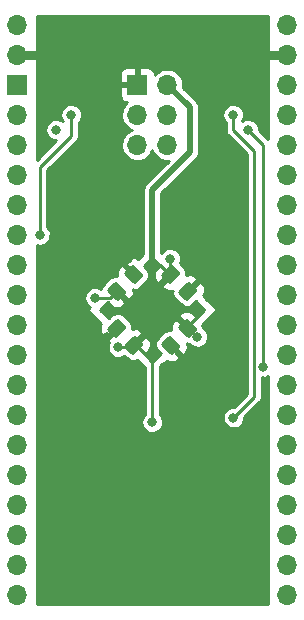
<source format=gbr>
G04 #@! TF.GenerationSoftware,KiCad,Pcbnew,5.99.0-unknown-8bd2765~86~ubuntu18.04.1*
G04 #@! TF.CreationDate,2019-12-15T18:04:05+00:00*
G04 #@! TF.ProjectId,ATF1502AS-EVB,41544631-3530-4324-9153-2d4556422e6b,rev?*
G04 #@! TF.SameCoordinates,Original*
G04 #@! TF.FileFunction,Copper,L2,Bot*
G04 #@! TF.FilePolarity,Positive*
%FSLAX46Y46*%
G04 Gerber Fmt 4.6, Leading zero omitted, Abs format (unit mm)*
G04 Created by KiCad (PCBNEW 5.99.0-unknown-8bd2765~86~ubuntu18.04.1) date 2019-12-15 18:04:05*
%MOMM*%
%LPD*%
G04 APERTURE LIST*
%ADD10O,1.700000X1.700000*%
%ADD11R,1.700000X1.700000*%
%ADD12C,0.800000*%
%ADD13C,0.500000*%
%ADD14C,0.250000*%
%ADD15C,0.750000*%
%ADD16C,0.254000*%
G04 APERTURE END LIST*
D10*
X73660000Y-99060000D03*
X73660000Y-96520000D03*
X73660000Y-93980000D03*
X73660000Y-91440000D03*
X73660000Y-88900000D03*
X73660000Y-86360000D03*
X73660000Y-83820000D03*
X73660000Y-81280000D03*
X73660000Y-78740000D03*
X73660000Y-76200000D03*
X73660000Y-73660000D03*
X73660000Y-71120000D03*
X73660000Y-68580000D03*
X73660000Y-66040000D03*
X73660000Y-63500000D03*
X73660000Y-60960000D03*
X73660000Y-58420000D03*
X73660000Y-55880000D03*
X73660000Y-53340000D03*
X73660000Y-50800000D03*
X50800000Y-50800000D03*
X50800000Y-53340000D03*
D11*
X50800000Y-55880000D03*
D10*
X50800000Y-58420000D03*
X50800000Y-60960000D03*
X50800000Y-63500000D03*
X50800000Y-66040000D03*
X50800000Y-68580000D03*
X50800000Y-71120000D03*
X50800000Y-73660000D03*
X50800000Y-76200000D03*
X50800000Y-78740000D03*
X50800000Y-81280000D03*
X50800000Y-83820000D03*
X50800000Y-86360000D03*
X50800000Y-88900000D03*
X50800000Y-91440000D03*
X50800000Y-93980000D03*
X50800000Y-96520000D03*
X50800000Y-99060000D03*
X63500000Y-60960000D03*
X60960000Y-60960000D03*
X63500000Y-58420000D03*
X60960000Y-58420000D03*
X63500000Y-55880000D03*
D11*
X60960000Y-55880000D03*
G04 #@! TA.AperFunction,SMDPad,CuDef*
G36*
X65424842Y-72589806D02*
G01*
X65505948Y-72643999D01*
X65965569Y-73103620D01*
X66019762Y-73184726D01*
X66038792Y-73280396D01*
X66019762Y-73376066D01*
X65965569Y-73457172D01*
X65329172Y-74093569D01*
X65248066Y-74147762D01*
X65152396Y-74166792D01*
X65056726Y-74147762D01*
X64975620Y-74093569D01*
X64515999Y-73633948D01*
X64461806Y-73552842D01*
X64442776Y-73457172D01*
X64461806Y-73361502D01*
X64515999Y-73280396D01*
X65152396Y-72643999D01*
X65233502Y-72589806D01*
X65329172Y-72570776D01*
X65424842Y-72589806D01*
G37*
G04 #@! TD.AperFunction*
G04 #@! TA.AperFunction,SMDPad,CuDef*
G36*
X63975274Y-71140238D02*
G01*
X64056380Y-71194431D01*
X64516001Y-71654052D01*
X64570194Y-71735158D01*
X64589224Y-71830828D01*
X64570194Y-71926498D01*
X64516001Y-72007604D01*
X63879604Y-72644001D01*
X63798498Y-72698194D01*
X63702828Y-72717224D01*
X63607158Y-72698194D01*
X63526052Y-72644001D01*
X63066431Y-72184380D01*
X63012238Y-72103274D01*
X62993208Y-72007604D01*
X63012238Y-71911934D01*
X63066431Y-71830828D01*
X63702828Y-71194431D01*
X63783934Y-71140238D01*
X63879604Y-71121208D01*
X63975274Y-71140238D01*
G37*
G04 #@! TD.AperFunction*
G04 #@! TA.AperFunction,SMDPad,CuDef*
G36*
X59403274Y-75712238D02*
G01*
X59484380Y-75766431D01*
X59944001Y-76226052D01*
X59998194Y-76307158D01*
X60017224Y-76402828D01*
X59998194Y-76498498D01*
X59944001Y-76579604D01*
X59307604Y-77216001D01*
X59226498Y-77270194D01*
X59130828Y-77289224D01*
X59035158Y-77270194D01*
X58954052Y-77216001D01*
X58494431Y-76756380D01*
X58440238Y-76675274D01*
X58421208Y-76579604D01*
X58440238Y-76483934D01*
X58494431Y-76402828D01*
X59130828Y-75766431D01*
X59211934Y-75712238D01*
X59307604Y-75693208D01*
X59403274Y-75712238D01*
G37*
G04 #@! TD.AperFunction*
G04 #@! TA.AperFunction,SMDPad,CuDef*
G36*
X60852842Y-77161806D02*
G01*
X60933948Y-77215999D01*
X61393569Y-77675620D01*
X61447762Y-77756726D01*
X61466792Y-77852396D01*
X61447762Y-77948066D01*
X61393569Y-78029172D01*
X60757172Y-78665569D01*
X60676066Y-78719762D01*
X60580396Y-78738792D01*
X60484726Y-78719762D01*
X60403620Y-78665569D01*
X59943999Y-78205948D01*
X59889806Y-78124842D01*
X59870776Y-78029172D01*
X59889806Y-77933502D01*
X59943999Y-77852396D01*
X60580396Y-77215999D01*
X60661502Y-77161806D01*
X60757172Y-77142776D01*
X60852842Y-77161806D01*
G37*
G04 #@! TD.AperFunction*
G04 #@! TA.AperFunction,SMDPad,CuDef*
G36*
X63798498Y-77161806D02*
G01*
X63879604Y-77215999D01*
X64516001Y-77852396D01*
X64570194Y-77933502D01*
X64589224Y-78029172D01*
X64570194Y-78124842D01*
X64516001Y-78205948D01*
X64056380Y-78665569D01*
X63975274Y-78719762D01*
X63879604Y-78738792D01*
X63783934Y-78719762D01*
X63702828Y-78665569D01*
X63066431Y-78029172D01*
X63012238Y-77948066D01*
X62993208Y-77852396D01*
X63012238Y-77756726D01*
X63066431Y-77675620D01*
X63526052Y-77215999D01*
X63607158Y-77161806D01*
X63702828Y-77142776D01*
X63798498Y-77161806D01*
G37*
G04 #@! TD.AperFunction*
G04 #@! TA.AperFunction,SMDPad,CuDef*
G36*
X65248066Y-75712238D02*
G01*
X65329172Y-75766431D01*
X65965569Y-76402828D01*
X66019762Y-76483934D01*
X66038792Y-76579604D01*
X66019762Y-76675274D01*
X65965569Y-76756380D01*
X65505948Y-77216001D01*
X65424842Y-77270194D01*
X65329172Y-77289224D01*
X65233502Y-77270194D01*
X65152396Y-77216001D01*
X64515999Y-76579604D01*
X64461806Y-76498498D01*
X64442776Y-76402828D01*
X64461806Y-76307158D01*
X64515999Y-76226052D01*
X64975620Y-75766431D01*
X65056726Y-75712238D01*
X65152396Y-75693208D01*
X65248066Y-75712238D01*
G37*
G04 #@! TD.AperFunction*
G04 #@! TA.AperFunction,SMDPad,CuDef*
G36*
X60676066Y-71140238D02*
G01*
X60757172Y-71194431D01*
X61393569Y-71830828D01*
X61447762Y-71911934D01*
X61466792Y-72007604D01*
X61447762Y-72103274D01*
X61393569Y-72184380D01*
X60933948Y-72644001D01*
X60852842Y-72698194D01*
X60757172Y-72717224D01*
X60661502Y-72698194D01*
X60580396Y-72644001D01*
X59943999Y-72007604D01*
X59889806Y-71926498D01*
X59870776Y-71830828D01*
X59889806Y-71735158D01*
X59943999Y-71654052D01*
X60403620Y-71194431D01*
X60484726Y-71140238D01*
X60580396Y-71121208D01*
X60676066Y-71140238D01*
G37*
G04 #@! TD.AperFunction*
G04 #@! TA.AperFunction,SMDPad,CuDef*
G36*
X59226498Y-72589806D02*
G01*
X59307604Y-72643999D01*
X59944001Y-73280396D01*
X59998194Y-73361502D01*
X60017224Y-73457172D01*
X59998194Y-73552842D01*
X59944001Y-73633948D01*
X59484380Y-74093569D01*
X59403274Y-74147762D01*
X59307604Y-74166792D01*
X59211934Y-74147762D01*
X59130828Y-74093569D01*
X58494431Y-73457172D01*
X58440238Y-73376066D01*
X58421208Y-73280396D01*
X58440238Y-73184726D01*
X58494431Y-73103620D01*
X58954052Y-72643999D01*
X59035158Y-72589806D01*
X59130828Y-72570776D01*
X59226498Y-72589806D01*
G37*
G04 #@! TD.AperFunction*
D12*
X69088000Y-58420000D03*
X62230000Y-96765000D03*
X62230000Y-84455000D03*
X52705000Y-68580000D03*
X71628000Y-79756000D03*
X70358000Y-59690000D03*
X69099629Y-84062371D03*
X57404000Y-73914000D03*
X60198000Y-70612000D03*
X63754000Y-70612000D03*
X67056000Y-73914000D03*
X63246000Y-79756000D03*
X66040000Y-77216000D03*
X59365793Y-78097268D03*
X58420000Y-77216000D03*
X54102000Y-59690000D03*
X55372000Y-58420000D03*
D13*
X65405000Y-57785000D02*
X65405000Y-61595000D01*
X62230000Y-64770000D02*
X62230000Y-70358000D01*
X62230000Y-70358000D02*
X62230000Y-72390000D01*
X63500000Y-55880000D02*
X65405000Y-57785000D01*
X65405000Y-61595000D02*
X62230000Y-64770000D01*
D14*
X69088000Y-59690000D02*
X70866000Y-61468000D01*
X70866000Y-61468000D02*
X70866000Y-82296000D01*
X69088000Y-58420000D02*
X69088000Y-59690000D01*
X70866000Y-82296000D02*
X69099629Y-84062371D01*
X52705000Y-62865000D02*
X52705000Y-68580000D01*
X62230000Y-84455000D02*
X62230000Y-77470000D01*
X51435000Y-58420000D02*
X50800000Y-58420000D01*
X71628000Y-60960000D02*
X71628000Y-79190315D01*
X70358000Y-59690000D02*
X71628000Y-60960000D01*
X71628000Y-79190315D02*
X71628000Y-79756000D01*
D13*
X59690000Y-74930000D02*
X61468000Y-76708000D01*
X60198000Y-74422000D02*
X59690000Y-74930000D01*
X61468000Y-76708000D02*
X61722000Y-76962000D01*
X60198000Y-74422000D02*
X60198000Y-74347568D01*
X62230000Y-72390000D02*
X60198000Y-74422000D01*
X62230000Y-77470000D02*
X64008000Y-75692000D01*
X61722000Y-76962000D02*
X62230000Y-77470000D01*
X64008000Y-75692000D02*
X64262000Y-75438000D01*
X64262000Y-75438000D02*
X64770000Y-74930000D01*
X64770000Y-74930000D02*
X62738000Y-72898000D01*
X62812432Y-72898000D02*
X62738000Y-72898000D01*
X62738000Y-72898000D02*
X62230000Y-72390000D01*
X62812432Y-72898000D02*
X63791216Y-71919216D01*
X64262000Y-75438000D02*
X64262000Y-75512432D01*
X64262000Y-75512432D02*
X65240784Y-76491216D01*
X61722000Y-76962000D02*
X61647568Y-76962000D01*
X61647568Y-76962000D02*
X60668784Y-77940784D01*
X60198000Y-74347568D02*
X59219216Y-73368784D01*
D14*
X57404000Y-73914000D02*
X58674000Y-73914000D01*
X58674000Y-73914000D02*
X59219216Y-73368784D01*
X63754000Y-70612000D02*
X63754000Y-71882000D01*
X63754000Y-71882000D02*
X63791216Y-71919216D01*
X63791216Y-77940784D02*
X63537216Y-77940784D01*
X66040000Y-77216000D02*
X65965568Y-77216000D01*
X65965568Y-77216000D02*
X65240784Y-76491216D01*
X59365793Y-78097268D02*
X60512300Y-78097268D01*
X60512300Y-78097268D02*
X60668784Y-77940784D01*
X58420000Y-77216000D02*
X58494432Y-77216000D01*
D15*
X50800000Y-53340000D02*
X52832000Y-53340000D01*
X73660000Y-53340000D02*
X72457919Y-53340000D01*
X72457919Y-53340000D02*
X71628000Y-53340000D01*
D14*
X55118000Y-60452000D02*
X55372000Y-60198000D01*
X55372000Y-60198000D02*
X55372000Y-58420000D01*
X55245000Y-60325000D02*
X55118000Y-60452000D01*
X55118000Y-60452000D02*
X52705000Y-62865000D01*
G36*
X63792631Y-72098821D02*
G01*
X62934752Y-72956700D01*
X63081813Y-73103761D01*
X63386213Y-73299387D01*
X63639116Y-73354403D01*
X63892668Y-73336269D01*
X63947107Y-73315964D01*
X63940183Y-73337275D01*
X63940183Y-73577069D01*
X64014284Y-73805126D01*
X64149330Y-73991000D01*
X64618568Y-74460238D01*
X64804442Y-74595284D01*
X65032499Y-74669385D01*
X65272293Y-74669385D01*
X65500350Y-74595284D01*
X65686224Y-74460238D01*
X65920136Y-74226326D01*
X66623810Y-74930000D01*
X65061179Y-76492631D01*
X64203302Y-75634753D01*
X64056239Y-75781813D01*
X63860613Y-76086213D01*
X63805597Y-76339116D01*
X63823731Y-76592668D01*
X63844036Y-76647107D01*
X63822725Y-76640183D01*
X63582931Y-76640183D01*
X63354874Y-76714284D01*
X63169000Y-76849330D01*
X62699762Y-77318568D01*
X62564716Y-77504442D01*
X62490615Y-77732499D01*
X62490615Y-77972293D01*
X62564716Y-78200350D01*
X62699762Y-78386224D01*
X62933674Y-78620136D01*
X62230000Y-79323810D01*
X60846974Y-77940784D01*
X60849803Y-77940784D01*
X61617880Y-78708861D01*
X61853329Y-78473411D01*
X62048955Y-78169011D01*
X62103971Y-77916108D01*
X62085837Y-77662556D01*
X61997003Y-77424384D01*
X61850123Y-77228175D01*
X61706268Y-77084320D01*
X60849803Y-77940784D01*
X60846974Y-77940784D01*
X60667369Y-77761179D01*
X60757879Y-77670669D01*
X61525249Y-76903301D01*
X61378187Y-76756239D01*
X61073787Y-76560613D01*
X60820884Y-76505597D01*
X60567332Y-76523731D01*
X60512893Y-76544036D01*
X60519817Y-76522725D01*
X60519817Y-76282931D01*
X60445716Y-76054874D01*
X60310670Y-75869000D01*
X59895404Y-75453734D01*
X64384321Y-75453734D01*
X65240784Y-76310197D01*
X66008861Y-75542121D01*
X65773411Y-75306671D01*
X65469011Y-75111045D01*
X65216108Y-75056029D01*
X64962556Y-75074163D01*
X64724384Y-75162997D01*
X64528174Y-75309878D01*
X64384321Y-75453734D01*
X59895404Y-75453734D01*
X59841432Y-75399762D01*
X59655558Y-75264716D01*
X59427501Y-75190615D01*
X59187707Y-75190615D01*
X58959650Y-75264716D01*
X58773776Y-75399762D01*
X58539864Y-75633674D01*
X57836191Y-74930001D01*
X58449726Y-74316466D01*
X58686589Y-74553329D01*
X58990989Y-74748955D01*
X59243892Y-74803971D01*
X59497444Y-74785837D01*
X59735616Y-74697003D01*
X59931825Y-74550123D01*
X60075682Y-74406269D01*
X59217801Y-73548389D01*
X59398821Y-73367369D01*
X60256701Y-74225250D01*
X60403762Y-74078186D01*
X60599387Y-73773787D01*
X60654403Y-73520884D01*
X60636269Y-73267332D01*
X60615964Y-73212893D01*
X60637275Y-73219817D01*
X60877069Y-73219817D01*
X61105126Y-73145716D01*
X61291000Y-73010670D01*
X61760238Y-72541432D01*
X61895284Y-72355558D01*
X61969385Y-72127501D01*
X61969385Y-71943892D01*
X62356029Y-71943892D01*
X62374163Y-72197444D01*
X62462997Y-72435616D01*
X62609877Y-72631825D01*
X62753733Y-72775681D01*
X63610197Y-71919216D01*
X62842121Y-71151140D01*
X62606671Y-71386589D01*
X62411045Y-71690989D01*
X62356029Y-71943892D01*
X61969385Y-71943892D01*
X61969385Y-71887707D01*
X61895284Y-71659650D01*
X61760238Y-71473776D01*
X61526326Y-71239864D01*
X62230000Y-70536190D01*
X63792631Y-72098821D01*
G37*
D16*
X63792631Y-72098821D02*
X62934752Y-72956700D01*
X63081813Y-73103761D01*
X63386213Y-73299387D01*
X63639116Y-73354403D01*
X63892668Y-73336269D01*
X63947107Y-73315964D01*
X63940183Y-73337275D01*
X63940183Y-73577069D01*
X64014284Y-73805126D01*
X64149330Y-73991000D01*
X64618568Y-74460238D01*
X64804442Y-74595284D01*
X65032499Y-74669385D01*
X65272293Y-74669385D01*
X65500350Y-74595284D01*
X65686224Y-74460238D01*
X65920136Y-74226326D01*
X66623810Y-74930000D01*
X65061179Y-76492631D01*
X64203302Y-75634753D01*
X64056239Y-75781813D01*
X63860613Y-76086213D01*
X63805597Y-76339116D01*
X63823731Y-76592668D01*
X63844036Y-76647107D01*
X63822725Y-76640183D01*
X63582931Y-76640183D01*
X63354874Y-76714284D01*
X63169000Y-76849330D01*
X62699762Y-77318568D01*
X62564716Y-77504442D01*
X62490615Y-77732499D01*
X62490615Y-77972293D01*
X62564716Y-78200350D01*
X62699762Y-78386224D01*
X62933674Y-78620136D01*
X62230000Y-79323810D01*
X60846974Y-77940784D01*
X60849803Y-77940784D01*
X61617880Y-78708861D01*
X61853329Y-78473411D01*
X62048955Y-78169011D01*
X62103971Y-77916108D01*
X62085837Y-77662556D01*
X61997003Y-77424384D01*
X61850123Y-77228175D01*
X61706268Y-77084320D01*
X60849803Y-77940784D01*
X60846974Y-77940784D01*
X60667369Y-77761179D01*
X60757879Y-77670669D01*
X61525249Y-76903301D01*
X61378187Y-76756239D01*
X61073787Y-76560613D01*
X60820884Y-76505597D01*
X60567332Y-76523731D01*
X60512893Y-76544036D01*
X60519817Y-76522725D01*
X60519817Y-76282931D01*
X60445716Y-76054874D01*
X60310670Y-75869000D01*
X59895404Y-75453734D01*
X64384321Y-75453734D01*
X65240784Y-76310197D01*
X66008861Y-75542121D01*
X65773411Y-75306671D01*
X65469011Y-75111045D01*
X65216108Y-75056029D01*
X64962556Y-75074163D01*
X64724384Y-75162997D01*
X64528174Y-75309878D01*
X64384321Y-75453734D01*
X59895404Y-75453734D01*
X59841432Y-75399762D01*
X59655558Y-75264716D01*
X59427501Y-75190615D01*
X59187707Y-75190615D01*
X58959650Y-75264716D01*
X58773776Y-75399762D01*
X58539864Y-75633674D01*
X57836191Y-74930001D01*
X58449726Y-74316466D01*
X58686589Y-74553329D01*
X58990989Y-74748955D01*
X59243892Y-74803971D01*
X59497444Y-74785837D01*
X59735616Y-74697003D01*
X59931825Y-74550123D01*
X60075682Y-74406269D01*
X59217801Y-73548389D01*
X59398821Y-73367369D01*
X60256701Y-74225250D01*
X60403762Y-74078186D01*
X60599387Y-73773787D01*
X60654403Y-73520884D01*
X60636269Y-73267332D01*
X60615964Y-73212893D01*
X60637275Y-73219817D01*
X60877069Y-73219817D01*
X61105126Y-73145716D01*
X61291000Y-73010670D01*
X61760238Y-72541432D01*
X61895284Y-72355558D01*
X61969385Y-72127501D01*
X61969385Y-71943892D01*
X62356029Y-71943892D01*
X62374163Y-72197444D01*
X62462997Y-72435616D01*
X62609877Y-72631825D01*
X62753733Y-72775681D01*
X63610197Y-71919216D01*
X62842121Y-71151140D01*
X62606671Y-71386589D01*
X62411045Y-71690989D01*
X62356029Y-71943892D01*
X61969385Y-71943892D01*
X61969385Y-71887707D01*
X61895284Y-71659650D01*
X61760238Y-71473776D01*
X61526326Y-71239864D01*
X62230000Y-70536190D01*
X63792631Y-72098821D01*
G36*
X72010000Y-60448218D02*
G01*
X71263809Y-59702027D01*
X71265229Y-59566398D01*
X71198222Y-59326404D01*
X71069492Y-59113845D01*
X70888343Y-58943736D01*
X70668121Y-58828606D01*
X70425051Y-58776940D01*
X70177041Y-58792543D01*
X69942363Y-58874267D01*
X69820047Y-58959279D01*
X69920423Y-58801113D01*
X69992441Y-58562575D01*
X69995229Y-58296398D01*
X69928222Y-58056404D01*
X69799492Y-57843845D01*
X69618343Y-57673736D01*
X69398121Y-57558606D01*
X69155051Y-57506940D01*
X68907041Y-57522543D01*
X68672363Y-57604267D01*
X68468307Y-57746090D01*
X68309907Y-57937563D01*
X68208833Y-58164579D01*
X68172531Y-58410413D01*
X68203677Y-58656954D01*
X68299975Y-58886037D01*
X68454329Y-59080785D01*
X68456000Y-59081999D01*
X68456001Y-59662408D01*
X68448694Y-59745932D01*
X68470394Y-59826920D01*
X68484954Y-59909491D01*
X68499071Y-59933943D01*
X68506379Y-59961215D01*
X68554469Y-60029894D01*
X68596394Y-60102508D01*
X68660617Y-60156398D01*
X70234000Y-61729782D01*
X70234001Y-82034217D01*
X69115701Y-83152518D01*
X68918670Y-83164914D01*
X68683992Y-83246638D01*
X68479936Y-83388461D01*
X68321536Y-83579934D01*
X68220462Y-83806950D01*
X68184160Y-84052784D01*
X68215306Y-84299325D01*
X68311604Y-84528408D01*
X68465958Y-84723156D01*
X68667000Y-84869221D01*
X68899915Y-84955841D01*
X69147544Y-84976635D01*
X69391642Y-84930071D01*
X69614227Y-84819578D01*
X69798898Y-84653299D01*
X69932052Y-84443484D01*
X70004070Y-84204946D01*
X70005692Y-84050089D01*
X71293388Y-82762393D01*
X71357607Y-82708509D01*
X71399528Y-82635902D01*
X71447622Y-82567216D01*
X71454931Y-82539942D01*
X71469047Y-82515491D01*
X71483609Y-82432909D01*
X71505306Y-82351931D01*
X71498000Y-82268419D01*
X71498000Y-80655324D01*
X71675915Y-80670264D01*
X71920013Y-80623700D01*
X72010000Y-80579030D01*
X72010000Y-99823000D01*
X52450000Y-99823000D01*
X52450000Y-73904413D01*
X56488531Y-73904413D01*
X56519677Y-74150954D01*
X56615975Y-74380037D01*
X56770329Y-74574785D01*
X56945648Y-74702161D01*
X56717809Y-74930000D01*
X57921890Y-76134080D01*
X57839045Y-76262989D01*
X57784029Y-76515892D01*
X57802163Y-76769444D01*
X57890997Y-77007616D01*
X58037877Y-77203825D01*
X58181733Y-77347681D01*
X58658612Y-76870802D01*
X58839631Y-77051821D01*
X58362752Y-77528700D01*
X58509813Y-77675761D01*
X58549280Y-77701125D01*
X58486626Y-77841847D01*
X58450324Y-78087681D01*
X58481470Y-78334222D01*
X58577768Y-78563305D01*
X58732122Y-78758053D01*
X58933164Y-78904118D01*
X59166079Y-78990738D01*
X59413708Y-79011532D01*
X59657806Y-78964968D01*
X59872648Y-78858318D01*
X60046568Y-79032238D01*
X60232442Y-79167284D01*
X60460499Y-79241385D01*
X60700293Y-79241385D01*
X60928350Y-79167284D01*
X60943840Y-79156030D01*
X61598001Y-79810191D01*
X61598000Y-83795967D01*
X61451907Y-83972563D01*
X61350833Y-84199579D01*
X61314531Y-84445413D01*
X61345677Y-84691954D01*
X61441975Y-84921037D01*
X61596329Y-85115785D01*
X61797371Y-85261850D01*
X62030286Y-85348470D01*
X62277915Y-85369264D01*
X62522013Y-85322700D01*
X62744598Y-85212207D01*
X62929269Y-85045928D01*
X63062423Y-84836113D01*
X63134441Y-84597575D01*
X63137229Y-84331398D01*
X63070222Y-84091404D01*
X62941492Y-83878845D01*
X62862000Y-83804198D01*
X62862000Y-79810190D01*
X63434080Y-79238110D01*
X63562989Y-79320955D01*
X63815892Y-79375971D01*
X64069444Y-79357837D01*
X64307616Y-79269003D01*
X64503825Y-79122123D01*
X64647682Y-78978269D01*
X64170801Y-78501389D01*
X64351821Y-78320369D01*
X64828701Y-78797250D01*
X64975762Y-78650186D01*
X65171387Y-78345787D01*
X65226403Y-78092884D01*
X65208269Y-77839332D01*
X65187964Y-77784893D01*
X65209275Y-77791817D01*
X65338985Y-77791817D01*
X65406329Y-77876785D01*
X65607371Y-78022850D01*
X65840286Y-78109470D01*
X66087915Y-78130264D01*
X66332013Y-78083700D01*
X66554598Y-77973207D01*
X66739269Y-77806928D01*
X66872423Y-77597113D01*
X66944441Y-77358575D01*
X66947229Y-77092398D01*
X66880222Y-76852404D01*
X66751492Y-76639845D01*
X66570343Y-76469736D01*
X66539385Y-76453551D01*
X66467284Y-76231650D01*
X66456030Y-76216160D01*
X67742191Y-74930000D01*
X66538110Y-73725920D01*
X66620955Y-73597011D01*
X66675971Y-73344108D01*
X66657837Y-73090556D01*
X66569003Y-72852384D01*
X66422123Y-72656175D01*
X66278268Y-72512320D01*
X65801389Y-72989199D01*
X65620370Y-72808180D01*
X66097249Y-72331301D01*
X65950187Y-72184239D01*
X65645787Y-71988613D01*
X65392884Y-71933597D01*
X65139332Y-71951731D01*
X65084893Y-71972036D01*
X65091817Y-71950725D01*
X65091817Y-71710931D01*
X65017716Y-71482874D01*
X64882670Y-71297000D01*
X64583457Y-70997787D01*
X64586422Y-70993114D01*
X64658441Y-70754575D01*
X64661229Y-70488398D01*
X64594222Y-70248404D01*
X64465492Y-70035845D01*
X64284343Y-69865736D01*
X64064121Y-69750606D01*
X63821051Y-69698940D01*
X63573041Y-69714543D01*
X63338363Y-69796267D01*
X63134307Y-69938090D01*
X62987000Y-70116154D01*
X62987000Y-65083557D01*
X65975392Y-62095166D01*
X66025060Y-62045499D01*
X66052446Y-61991751D01*
X66087898Y-61942955D01*
X66106536Y-61885594D01*
X66133924Y-61831842D01*
X66143361Y-61772259D01*
X66161999Y-61714898D01*
X66161999Y-61655092D01*
X66162000Y-61655086D01*
X66162000Y-57724914D01*
X66161999Y-57724908D01*
X66161999Y-57665103D01*
X66143361Y-57607743D01*
X66133924Y-57548158D01*
X66106537Y-57494409D01*
X66087900Y-57437046D01*
X66052446Y-57388249D01*
X66025059Y-57334500D01*
X65986365Y-57295806D01*
X65986362Y-57295802D01*
X64832477Y-56141919D01*
X64849263Y-56070354D01*
X64857377Y-55760522D01*
X64814186Y-55520480D01*
X64729751Y-55293439D01*
X64606444Y-55084940D01*
X64448165Y-54901570D01*
X64259914Y-54749129D01*
X64047644Y-54632432D01*
X63818064Y-54555169D01*
X63578430Y-54519783D01*
X63336316Y-54527392D01*
X63099378Y-54577755D01*
X62875102Y-54669280D01*
X62670577Y-54799075D01*
X62492270Y-54963036D01*
X62451837Y-55016305D01*
X62451837Y-55013412D01*
X62371205Y-54712489D01*
X62223815Y-54536835D01*
X62030186Y-54425044D01*
X61821024Y-54388163D01*
X61088000Y-54388163D01*
X61088000Y-56008000D01*
X59468163Y-56008000D01*
X59468163Y-56746588D01*
X59548795Y-57047512D01*
X59696185Y-57223165D01*
X59889814Y-57334956D01*
X60095596Y-57371241D01*
X59952270Y-57503036D01*
X59805816Y-57695983D01*
X59695846Y-57911813D01*
X59625832Y-58143707D01*
X59597992Y-58384335D01*
X59613201Y-58626089D01*
X59670981Y-58861330D01*
X59769506Y-59082620D01*
X59905662Y-59282966D01*
X60075142Y-59456035D01*
X60272593Y-59596355D01*
X60475669Y-59691916D01*
X60335102Y-59749280D01*
X60130577Y-59879075D01*
X59952270Y-60043036D01*
X59805816Y-60235983D01*
X59695846Y-60451813D01*
X59625832Y-60683707D01*
X59597992Y-60924335D01*
X59613201Y-61166089D01*
X59670981Y-61401330D01*
X59769506Y-61622620D01*
X59905662Y-61822966D01*
X60075142Y-61996035D01*
X60272593Y-62136355D01*
X60491772Y-62239493D01*
X60725751Y-62302187D01*
X60967134Y-62322457D01*
X61208292Y-62299661D01*
X61441601Y-62234519D01*
X61659687Y-62129093D01*
X61855658Y-61986712D01*
X62023317Y-61811878D01*
X62157367Y-61610117D01*
X62229610Y-61443172D01*
X62309506Y-61622620D01*
X62445662Y-61822966D01*
X62615142Y-61996035D01*
X62812593Y-62136355D01*
X63031772Y-62239493D01*
X63265751Y-62302187D01*
X63507134Y-62322457D01*
X63617409Y-62312033D01*
X61779852Y-64149591D01*
X61779848Y-64149593D01*
X61609940Y-64319502D01*
X61582554Y-64373250D01*
X61547102Y-64422046D01*
X61528464Y-64479407D01*
X61501076Y-64533159D01*
X61491639Y-64592742D01*
X61473001Y-64650103D01*
X61473001Y-64709909D01*
X61473000Y-64709915D01*
X61473001Y-70174809D01*
X61025920Y-70621890D01*
X60897011Y-70539045D01*
X60644108Y-70484029D01*
X60390556Y-70502163D01*
X60152384Y-70590997D01*
X59956174Y-70737878D01*
X59812321Y-70881734D01*
X60289199Y-71358611D01*
X60108179Y-71539631D01*
X59631302Y-71062753D01*
X59484239Y-71209813D01*
X59288613Y-71514213D01*
X59233597Y-71767116D01*
X59251731Y-72020668D01*
X59272036Y-72075107D01*
X59250725Y-72068183D01*
X59010931Y-72068183D01*
X58782874Y-72142284D01*
X58597000Y-72277330D01*
X58127762Y-72746568D01*
X57992716Y-72932442D01*
X57918889Y-73159657D01*
X57714121Y-73052606D01*
X57471051Y-73000940D01*
X57223041Y-73016543D01*
X56988363Y-73098267D01*
X56784307Y-73240090D01*
X56625907Y-73431563D01*
X56524833Y-73658579D01*
X56488531Y-73904413D01*
X52450000Y-73904413D01*
X52450000Y-69452910D01*
X52505286Y-69473470D01*
X52752915Y-69494264D01*
X52997013Y-69447700D01*
X53219598Y-69337207D01*
X53404269Y-69170928D01*
X53537423Y-68961113D01*
X53609441Y-68722575D01*
X53612229Y-68456398D01*
X53545222Y-68216404D01*
X53416492Y-68003845D01*
X53337000Y-67929198D01*
X53337000Y-63126781D01*
X55596190Y-60867592D01*
X55732014Y-60731769D01*
X55732018Y-60731763D01*
X55799380Y-60664401D01*
X55863607Y-60610508D01*
X55905529Y-60537898D01*
X55953621Y-60469216D01*
X55960928Y-60441945D01*
X55975047Y-60417491D01*
X55989608Y-60334907D01*
X56011305Y-60253933D01*
X56004000Y-60170429D01*
X56004000Y-59071498D01*
X56071269Y-59010928D01*
X56204423Y-58801113D01*
X56276441Y-58562575D01*
X56279229Y-58296398D01*
X56212222Y-58056404D01*
X56083492Y-57843845D01*
X55902343Y-57673736D01*
X55682121Y-57558606D01*
X55439051Y-57506940D01*
X55191041Y-57522543D01*
X54956363Y-57604267D01*
X54752307Y-57746090D01*
X54593907Y-57937563D01*
X54492833Y-58164579D01*
X54456531Y-58410413D01*
X54487677Y-58656954D01*
X54583975Y-58886037D01*
X54627841Y-58941383D01*
X54412121Y-58828606D01*
X54169051Y-58776940D01*
X53921041Y-58792543D01*
X53686363Y-58874267D01*
X53482307Y-59016090D01*
X53323907Y-59207563D01*
X53222833Y-59434579D01*
X53186531Y-59680413D01*
X53217677Y-59926954D01*
X53313975Y-60156037D01*
X53468329Y-60350785D01*
X53669371Y-60496850D01*
X53902286Y-60583470D01*
X54077994Y-60598225D01*
X52450000Y-62226219D01*
X52450000Y-55018976D01*
X59468163Y-55018976D01*
X59468163Y-55752000D01*
X60832000Y-55752000D01*
X60832000Y-54388163D01*
X60093412Y-54388163D01*
X59792489Y-54468795D01*
X59616835Y-54616185D01*
X59505044Y-54809814D01*
X59468163Y-55018976D01*
X52450000Y-55018976D01*
X52450000Y-50037000D01*
X72010000Y-50037000D01*
X72010000Y-60448218D01*
G37*
X72010000Y-60448218D02*
X71263809Y-59702027D01*
X71265229Y-59566398D01*
X71198222Y-59326404D01*
X71069492Y-59113845D01*
X70888343Y-58943736D01*
X70668121Y-58828606D01*
X70425051Y-58776940D01*
X70177041Y-58792543D01*
X69942363Y-58874267D01*
X69820047Y-58959279D01*
X69920423Y-58801113D01*
X69992441Y-58562575D01*
X69995229Y-58296398D01*
X69928222Y-58056404D01*
X69799492Y-57843845D01*
X69618343Y-57673736D01*
X69398121Y-57558606D01*
X69155051Y-57506940D01*
X68907041Y-57522543D01*
X68672363Y-57604267D01*
X68468307Y-57746090D01*
X68309907Y-57937563D01*
X68208833Y-58164579D01*
X68172531Y-58410413D01*
X68203677Y-58656954D01*
X68299975Y-58886037D01*
X68454329Y-59080785D01*
X68456000Y-59081999D01*
X68456001Y-59662408D01*
X68448694Y-59745932D01*
X68470394Y-59826920D01*
X68484954Y-59909491D01*
X68499071Y-59933943D01*
X68506379Y-59961215D01*
X68554469Y-60029894D01*
X68596394Y-60102508D01*
X68660617Y-60156398D01*
X70234000Y-61729782D01*
X70234001Y-82034217D01*
X69115701Y-83152518D01*
X68918670Y-83164914D01*
X68683992Y-83246638D01*
X68479936Y-83388461D01*
X68321536Y-83579934D01*
X68220462Y-83806950D01*
X68184160Y-84052784D01*
X68215306Y-84299325D01*
X68311604Y-84528408D01*
X68465958Y-84723156D01*
X68667000Y-84869221D01*
X68899915Y-84955841D01*
X69147544Y-84976635D01*
X69391642Y-84930071D01*
X69614227Y-84819578D01*
X69798898Y-84653299D01*
X69932052Y-84443484D01*
X70004070Y-84204946D01*
X70005692Y-84050089D01*
X71293388Y-82762393D01*
X71357607Y-82708509D01*
X71399528Y-82635902D01*
X71447622Y-82567216D01*
X71454931Y-82539942D01*
X71469047Y-82515491D01*
X71483609Y-82432909D01*
X71505306Y-82351931D01*
X71498000Y-82268419D01*
X71498000Y-80655324D01*
X71675915Y-80670264D01*
X71920013Y-80623700D01*
X72010000Y-80579030D01*
X72010000Y-99823000D01*
X52450000Y-99823000D01*
X52450000Y-73904413D01*
X56488531Y-73904413D01*
X56519677Y-74150954D01*
X56615975Y-74380037D01*
X56770329Y-74574785D01*
X56945648Y-74702161D01*
X56717809Y-74930000D01*
X57921890Y-76134080D01*
X57839045Y-76262989D01*
X57784029Y-76515892D01*
X57802163Y-76769444D01*
X57890997Y-77007616D01*
X58037877Y-77203825D01*
X58181733Y-77347681D01*
X58658612Y-76870802D01*
X58839631Y-77051821D01*
X58362752Y-77528700D01*
X58509813Y-77675761D01*
X58549280Y-77701125D01*
X58486626Y-77841847D01*
X58450324Y-78087681D01*
X58481470Y-78334222D01*
X58577768Y-78563305D01*
X58732122Y-78758053D01*
X58933164Y-78904118D01*
X59166079Y-78990738D01*
X59413708Y-79011532D01*
X59657806Y-78964968D01*
X59872648Y-78858318D01*
X60046568Y-79032238D01*
X60232442Y-79167284D01*
X60460499Y-79241385D01*
X60700293Y-79241385D01*
X60928350Y-79167284D01*
X60943840Y-79156030D01*
X61598001Y-79810191D01*
X61598000Y-83795967D01*
X61451907Y-83972563D01*
X61350833Y-84199579D01*
X61314531Y-84445413D01*
X61345677Y-84691954D01*
X61441975Y-84921037D01*
X61596329Y-85115785D01*
X61797371Y-85261850D01*
X62030286Y-85348470D01*
X62277915Y-85369264D01*
X62522013Y-85322700D01*
X62744598Y-85212207D01*
X62929269Y-85045928D01*
X63062423Y-84836113D01*
X63134441Y-84597575D01*
X63137229Y-84331398D01*
X63070222Y-84091404D01*
X62941492Y-83878845D01*
X62862000Y-83804198D01*
X62862000Y-79810190D01*
X63434080Y-79238110D01*
X63562989Y-79320955D01*
X63815892Y-79375971D01*
X64069444Y-79357837D01*
X64307616Y-79269003D01*
X64503825Y-79122123D01*
X64647682Y-78978269D01*
X64170801Y-78501389D01*
X64351821Y-78320369D01*
X64828701Y-78797250D01*
X64975762Y-78650186D01*
X65171387Y-78345787D01*
X65226403Y-78092884D01*
X65208269Y-77839332D01*
X65187964Y-77784893D01*
X65209275Y-77791817D01*
X65338985Y-77791817D01*
X65406329Y-77876785D01*
X65607371Y-78022850D01*
X65840286Y-78109470D01*
X66087915Y-78130264D01*
X66332013Y-78083700D01*
X66554598Y-77973207D01*
X66739269Y-77806928D01*
X66872423Y-77597113D01*
X66944441Y-77358575D01*
X66947229Y-77092398D01*
X66880222Y-76852404D01*
X66751492Y-76639845D01*
X66570343Y-76469736D01*
X66539385Y-76453551D01*
X66467284Y-76231650D01*
X66456030Y-76216160D01*
X67742191Y-74930000D01*
X66538110Y-73725920D01*
X66620955Y-73597011D01*
X66675971Y-73344108D01*
X66657837Y-73090556D01*
X66569003Y-72852384D01*
X66422123Y-72656175D01*
X66278268Y-72512320D01*
X65801389Y-72989199D01*
X65620370Y-72808180D01*
X66097249Y-72331301D01*
X65950187Y-72184239D01*
X65645787Y-71988613D01*
X65392884Y-71933597D01*
X65139332Y-71951731D01*
X65084893Y-71972036D01*
X65091817Y-71950725D01*
X65091817Y-71710931D01*
X65017716Y-71482874D01*
X64882670Y-71297000D01*
X64583457Y-70997787D01*
X64586422Y-70993114D01*
X64658441Y-70754575D01*
X64661229Y-70488398D01*
X64594222Y-70248404D01*
X64465492Y-70035845D01*
X64284343Y-69865736D01*
X64064121Y-69750606D01*
X63821051Y-69698940D01*
X63573041Y-69714543D01*
X63338363Y-69796267D01*
X63134307Y-69938090D01*
X62987000Y-70116154D01*
X62987000Y-65083557D01*
X65975392Y-62095166D01*
X66025060Y-62045499D01*
X66052446Y-61991751D01*
X66087898Y-61942955D01*
X66106536Y-61885594D01*
X66133924Y-61831842D01*
X66143361Y-61772259D01*
X66161999Y-61714898D01*
X66161999Y-61655092D01*
X66162000Y-61655086D01*
X66162000Y-57724914D01*
X66161999Y-57724908D01*
X66161999Y-57665103D01*
X66143361Y-57607743D01*
X66133924Y-57548158D01*
X66106537Y-57494409D01*
X66087900Y-57437046D01*
X66052446Y-57388249D01*
X66025059Y-57334500D01*
X65986365Y-57295806D01*
X65986362Y-57295802D01*
X64832477Y-56141919D01*
X64849263Y-56070354D01*
X64857377Y-55760522D01*
X64814186Y-55520480D01*
X64729751Y-55293439D01*
X64606444Y-55084940D01*
X64448165Y-54901570D01*
X64259914Y-54749129D01*
X64047644Y-54632432D01*
X63818064Y-54555169D01*
X63578430Y-54519783D01*
X63336316Y-54527392D01*
X63099378Y-54577755D01*
X62875102Y-54669280D01*
X62670577Y-54799075D01*
X62492270Y-54963036D01*
X62451837Y-55016305D01*
X62451837Y-55013412D01*
X62371205Y-54712489D01*
X62223815Y-54536835D01*
X62030186Y-54425044D01*
X61821024Y-54388163D01*
X61088000Y-54388163D01*
X61088000Y-56008000D01*
X59468163Y-56008000D01*
X59468163Y-56746588D01*
X59548795Y-57047512D01*
X59696185Y-57223165D01*
X59889814Y-57334956D01*
X60095596Y-57371241D01*
X59952270Y-57503036D01*
X59805816Y-57695983D01*
X59695846Y-57911813D01*
X59625832Y-58143707D01*
X59597992Y-58384335D01*
X59613201Y-58626089D01*
X59670981Y-58861330D01*
X59769506Y-59082620D01*
X59905662Y-59282966D01*
X60075142Y-59456035D01*
X60272593Y-59596355D01*
X60475669Y-59691916D01*
X60335102Y-59749280D01*
X60130577Y-59879075D01*
X59952270Y-60043036D01*
X59805816Y-60235983D01*
X59695846Y-60451813D01*
X59625832Y-60683707D01*
X59597992Y-60924335D01*
X59613201Y-61166089D01*
X59670981Y-61401330D01*
X59769506Y-61622620D01*
X59905662Y-61822966D01*
X60075142Y-61996035D01*
X60272593Y-62136355D01*
X60491772Y-62239493D01*
X60725751Y-62302187D01*
X60967134Y-62322457D01*
X61208292Y-62299661D01*
X61441601Y-62234519D01*
X61659687Y-62129093D01*
X61855658Y-61986712D01*
X62023317Y-61811878D01*
X62157367Y-61610117D01*
X62229610Y-61443172D01*
X62309506Y-61622620D01*
X62445662Y-61822966D01*
X62615142Y-61996035D01*
X62812593Y-62136355D01*
X63031772Y-62239493D01*
X63265751Y-62302187D01*
X63507134Y-62322457D01*
X63617409Y-62312033D01*
X61779852Y-64149591D01*
X61779848Y-64149593D01*
X61609940Y-64319502D01*
X61582554Y-64373250D01*
X61547102Y-64422046D01*
X61528464Y-64479407D01*
X61501076Y-64533159D01*
X61491639Y-64592742D01*
X61473001Y-64650103D01*
X61473001Y-64709909D01*
X61473000Y-64709915D01*
X61473001Y-70174809D01*
X61025920Y-70621890D01*
X60897011Y-70539045D01*
X60644108Y-70484029D01*
X60390556Y-70502163D01*
X60152384Y-70590997D01*
X59956174Y-70737878D01*
X59812321Y-70881734D01*
X60289199Y-71358611D01*
X60108179Y-71539631D01*
X59631302Y-71062753D01*
X59484239Y-71209813D01*
X59288613Y-71514213D01*
X59233597Y-71767116D01*
X59251731Y-72020668D01*
X59272036Y-72075107D01*
X59250725Y-72068183D01*
X59010931Y-72068183D01*
X58782874Y-72142284D01*
X58597000Y-72277330D01*
X58127762Y-72746568D01*
X57992716Y-72932442D01*
X57918889Y-73159657D01*
X57714121Y-73052606D01*
X57471051Y-73000940D01*
X57223041Y-73016543D01*
X56988363Y-73098267D01*
X56784307Y-73240090D01*
X56625907Y-73431563D01*
X56524833Y-73658579D01*
X56488531Y-73904413D01*
X52450000Y-73904413D01*
X52450000Y-69452910D01*
X52505286Y-69473470D01*
X52752915Y-69494264D01*
X52997013Y-69447700D01*
X53219598Y-69337207D01*
X53404269Y-69170928D01*
X53537423Y-68961113D01*
X53609441Y-68722575D01*
X53612229Y-68456398D01*
X53545222Y-68216404D01*
X53416492Y-68003845D01*
X53337000Y-67929198D01*
X53337000Y-63126781D01*
X55596190Y-60867592D01*
X55732014Y-60731769D01*
X55732018Y-60731763D01*
X55799380Y-60664401D01*
X55863607Y-60610508D01*
X55905529Y-60537898D01*
X55953621Y-60469216D01*
X55960928Y-60441945D01*
X55975047Y-60417491D01*
X55989608Y-60334907D01*
X56011305Y-60253933D01*
X56004000Y-60170429D01*
X56004000Y-59071498D01*
X56071269Y-59010928D01*
X56204423Y-58801113D01*
X56276441Y-58562575D01*
X56279229Y-58296398D01*
X56212222Y-58056404D01*
X56083492Y-57843845D01*
X55902343Y-57673736D01*
X55682121Y-57558606D01*
X55439051Y-57506940D01*
X55191041Y-57522543D01*
X54956363Y-57604267D01*
X54752307Y-57746090D01*
X54593907Y-57937563D01*
X54492833Y-58164579D01*
X54456531Y-58410413D01*
X54487677Y-58656954D01*
X54583975Y-58886037D01*
X54627841Y-58941383D01*
X54412121Y-58828606D01*
X54169051Y-58776940D01*
X53921041Y-58792543D01*
X53686363Y-58874267D01*
X53482307Y-59016090D01*
X53323907Y-59207563D01*
X53222833Y-59434579D01*
X53186531Y-59680413D01*
X53217677Y-59926954D01*
X53313975Y-60156037D01*
X53468329Y-60350785D01*
X53669371Y-60496850D01*
X53902286Y-60583470D01*
X54077994Y-60598225D01*
X52450000Y-62226219D01*
X52450000Y-55018976D01*
X59468163Y-55018976D01*
X59468163Y-55752000D01*
X60832000Y-55752000D01*
X60832000Y-54388163D01*
X60093412Y-54388163D01*
X59792489Y-54468795D01*
X59616835Y-54616185D01*
X59505044Y-54809814D01*
X59468163Y-55018976D01*
X52450000Y-55018976D01*
X52450000Y-50037000D01*
X72010000Y-50037000D01*
X72010000Y-60448218D01*
M02*

</source>
